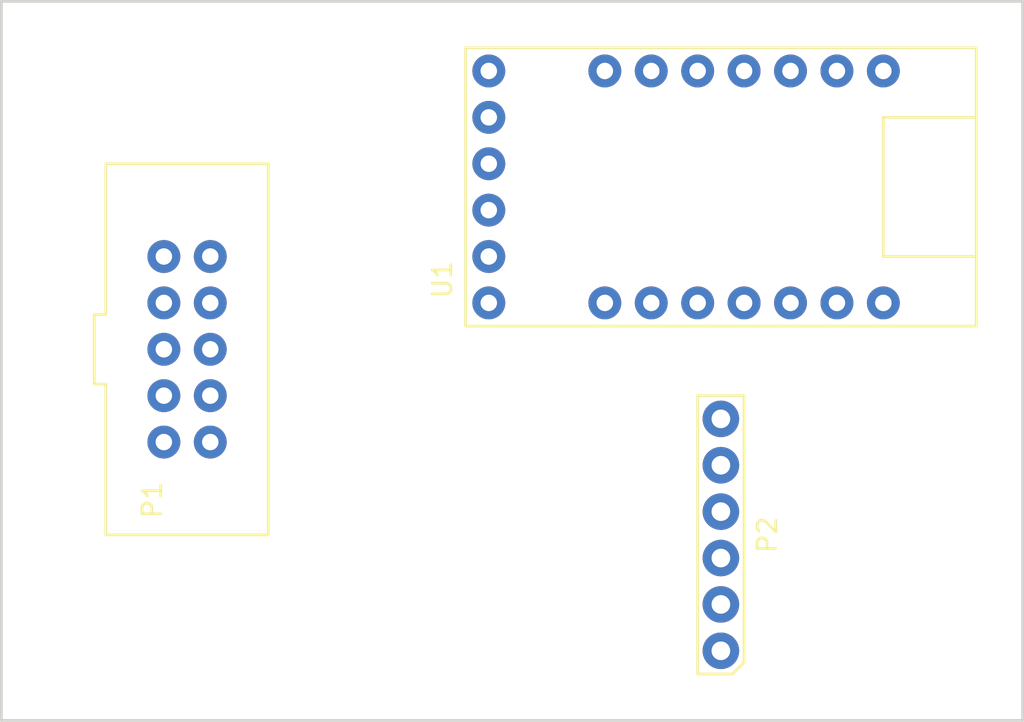
<source format=kicad_pcb>
(kicad_pcb (version 20171130) (host pcbnew "(5.1.9)-1")

  (general
    (thickness 1.6)
    (drawings 4)
    (tracks 0)
    (zones 0)
    (modules 3)
    (nets 1)
  )

  (page A4)
  (layers
    (0 F.Cu signal)
    (1 GND signal hide)
    (2 PWR signal hide)
    (31 B.Cu signal)
    (35 F.Paste user)
    (36 B.SilkS user)
    (37 F.SilkS user)
    (38 B.Mask user)
    (39 F.Mask user)
    (40 Dwgs.User user)
    (41 Cmts.User user)
    (44 Edge.Cuts user)
    (45 Margin user)
    (46 B.CrtYd user)
    (47 F.CrtYd user)
    (49 F.Fab user hide)
  )

  (setup
    (last_trace_width 0.1524)
    (user_trace_width 0.1524)
    (user_trace_width 0.254)
    (user_trace_width 0.381)
    (user_trace_width 0.508)
    (user_trace_width 1.016)
    (user_trace_width 1.27)
    (user_trace_width 1.524)
    (trace_clearance 0.1524)
    (zone_clearance 0.508)
    (zone_45_only no)
    (trace_min 0.1524)
    (via_size 0.4)
    (via_drill 0.3)
    (via_min_size 0.3)
    (via_min_drill 0.3)
    (user_via 0.4 0.3)
    (user_via 0.8 0.4)
    (user_via 1.016 0.508)
    (user_via 1.524 0.762)
    (uvia_size 0.4)
    (uvia_drill 0.3)
    (uvias_allowed no)
    (uvia_min_size 0.3)
    (uvia_min_drill 0.3)
    (edge_width 0.1524)
    (segment_width 0.1524)
    (pcb_text_width 0.1524)
    (pcb_text_size 1.016 1.016)
    (mod_edge_width 0.1524)
    (mod_text_size 1.016 1.016)
    (mod_text_width 0.1524)
    (pad_size 1.524 1.524)
    (pad_drill 0.762)
    (pad_to_mask_clearance 0)
    (aux_axis_origin 88.9 127)
    (grid_origin 88.9 127)
    (visible_elements FFFFFF7F)
    (pcbplotparams
      (layerselection 0x010fc_ffffffff)
      (usegerberextensions false)
      (usegerberattributes true)
      (usegerberadvancedattributes true)
      (creategerberjobfile true)
      (excludeedgelayer true)
      (linewidth 0.100000)
      (plotframeref false)
      (viasonmask false)
      (mode 1)
      (useauxorigin false)
      (hpglpennumber 1)
      (hpglpenspeed 20)
      (hpglpendiameter 15.000000)
      (psnegative false)
      (psa4output false)
      (plotreference true)
      (plotvalue true)
      (plotinvisibletext false)
      (padsonsilk false)
      (subtractmaskfromsilk false)
      (outputformat 1)
      (mirror false)
      (drillshape 1)
      (scaleselection 1)
      (outputdirectory ""))
  )

  (net 0 "")

  (net_class Default "This is the default net class."
    (clearance 0.1524)
    (trace_width 0.1524)
    (via_dia 0.4)
    (via_drill 0.3)
    (uvia_dia 0.4)
    (uvia_drill 0.3)
  )

  (module SensorDemo_pcb:IDC_10 (layer F.Cu) (tedit 603BDBD7) (tstamp 603BEC44)
    (at 99.06 106.68 270)
    (path /603DFAE2)
    (fp_text reference P1 (at 8.255 1.905 90) (layer F.SilkS)
      (effects (font (size 1.016 1.016) (thickness 0.1524)))
    )
    (fp_text value CONN5X2 (at 0 0 90) (layer F.Fab) hide
      (effects (font (size 1.016 1.016) (thickness 0.1524)))
    )
    (fp_line (start -6.35 -2.54) (end 6.35 -2.54) (layer F.Fab) (width 0.1524))
    (fp_line (start 6.35 -2.54) (end 6.35 2.54) (layer F.Fab) (width 0.1524))
    (fp_line (start 6.35 2.54) (end -6.35 2.54) (layer F.Fab) (width 0.1524))
    (fp_line (start -10.16 -4.445) (end 10.16 -4.445) (layer F.SilkS) (width 0.1524))
    (fp_line (start 10.16 -4.445) (end 10.16 4.445) (layer F.SilkS) (width 0.1524))
    (fp_line (start 10.16 4.445) (end 1.905 4.445) (layer F.SilkS) (width 0.1524))
    (fp_line (start -6.35 -2.54) (end -6.35 2.54) (layer F.Fab) (width 0.1524))
    (fp_line (start -10.16 4.445) (end -10.16 -4.445) (layer F.SilkS) (width 0.1524))
    (fp_line (start -1.905 4.445) (end -1.905 5.08) (layer F.SilkS) (width 0.1524))
    (fp_line (start -1.905 5.08) (end 1.905 5.08) (layer F.SilkS) (width 0.1524))
    (fp_line (start 1.905 5.08) (end 1.905 4.445) (layer F.SilkS) (width 0.1524))
    (fp_line (start -1.905 4.445) (end -10.16 4.445) (layer F.SilkS) (width 0.1524))
    (pad 4 thru_hole circle (at -2.54 -1.27 270) (size 1.8 1.8) (drill 0.9) (layers *.Cu *.Mask))
    (pad 1 thru_hole circle (at -5.08 1.27 270) (size 1.8 1.8) (drill 0.9) (layers *.Cu *.Mask))
    (pad 2 thru_hole circle (at -5.08 -1.27 270) (size 1.8 1.8) (drill 0.9) (layers *.Cu *.Mask))
    (pad 3 thru_hole circle (at -2.54 1.27 270) (size 1.8 1.8) (drill 0.9) (layers *.Cu *.Mask))
    (pad 7 thru_hole circle (at 2.54 1.27 270) (size 1.8 1.8) (drill 0.9) (layers *.Cu *.Mask))
    (pad 6 thru_hole circle (at 0 -1.27 270) (size 1.8 1.8) (drill 0.9) (layers *.Cu *.Mask))
    (pad 5 thru_hole circle (at 0 1.27 270) (size 1.8 1.8) (drill 0.9) (layers *.Cu *.Mask))
    (pad 8 thru_hole circle (at 2.54 -1.27 270) (size 1.8 1.8) (drill 0.9) (layers *.Cu *.Mask))
    (pad 10 thru_hole circle (at 5.08 -1.27 270) (size 1.8 1.8) (drill 0.9) (layers *.Cu *.Mask))
    (pad 9 thru_hole circle (at 5.08 1.27 270) (size 1.8 1.8) (drill 0.9) (layers *.Cu *.Mask))
    (model Connector_IDC.3dshapes/IDC-Header_2x05_P2.54mm_Vertical.step
      (offset (xyz -5.08 -1.27 0))
      (scale (xyz 1 1 1))
      (rotate (xyz 0 0 -90))
    )
  )

  (module SensorDemo_pcb:HEADER_6 (layer F.Cu) (tedit 5E14E685) (tstamp 603BE9EF)
    (at 128.27 116.84 90)
    (path /603DF1C0)
    (fp_text reference P2 (at 0 2.54 90) (layer F.SilkS)
      (effects (font (size 1.016 1.016) (thickness 0.1524)))
    )
    (fp_text value HEADER_6 (at 0 0 90) (layer F.Fab) hide
      (effects (font (size 1.016 1.016) (thickness 0.1524)))
    )
    (fp_line (start 7.62 1.27) (end 7.62 -1.27) (layer F.SilkS) (width 0.1524))
    (fp_line (start 7.62 -1.27) (end -7.62 -1.27) (layer F.SilkS) (width 0.1524))
    (fp_line (start 7.62 1.27) (end 7.62 -1.27) (layer F.Fab) (width 0.1524))
    (fp_line (start 7.62 -1.27) (end -7.62 -1.27) (layer F.Fab) (width 0.1524))
    (fp_line (start -7.62 0.635) (end -6.985 1.27) (layer F.SilkS) (width 0.1524))
    (fp_line (start -6.985 1.27) (end -7.62 0.635) (layer F.Fab) (width 0.1524))
    (fp_line (start -7.62 0.635) (end -7.62 -1.27) (layer F.Fab) (width 0.1524))
    (fp_line (start -6.985 1.27) (end 7.62 1.27) (layer F.Fab) (width 0.1524))
    (fp_line (start -7.62 -1.27) (end -7.62 0.635) (layer F.SilkS) (width 0.1524))
    (fp_line (start -6.985 1.27) (end 7.62 1.27) (layer F.SilkS) (width 0.1524))
    (pad 2 thru_hole circle (at -3.81 0 90) (size 2 2) (drill 1.02) (layers *.Cu *.Mask))
    (pad 1 thru_hole circle (at -6.35 0 90) (size 2 2) (drill 1.02) (layers *.Cu *.Mask))
    (pad 3 thru_hole circle (at -1.27 0 90) (size 2 2) (drill 1.02) (layers *.Cu *.Mask))
    (pad 4 thru_hole circle (at 1.27 0 90) (size 2 2) (drill 1.02) (layers *.Cu *.Mask))
    (pad 5 thru_hole circle (at 3.81 0 90) (size 2 2) (drill 1.02) (layers *.Cu *.Mask))
    (pad 6 thru_hole circle (at 6.35 0 90) (size 2 2) (drill 1.02) (layers *.Cu *.Mask))
    (model Connector_PinHeader_2.54mm.3dshapes/PinHeader_1x06_P2.54mm_Horizontal.step
      (offset (xyz 6.35 0 0.762))
      (scale (xyz 1 1 1))
      (rotate (xyz 0 0 90))
    )
  )

  (module SensorDemo_pcb:SparkFun_FT231X_Breakout (layer F.Cu) (tedit 603BD550) (tstamp 603BEA12)
    (at 129.54 97.79 270)
    (path /603DD946)
    (fp_text reference U1 (at 5.08 16.51 90) (layer F.SilkS)
      (effects (font (size 1.016 1.016) (thickness 0.1524)))
    )
    (fp_text value SparkFun_FT231X_Breakout (at 0 1.27) (layer F.Fab)
      (effects (font (size 1.016 1.016) (thickness 0.1524)))
    )
    (fp_line (start -7.62 15.24) (end -7.62 -12.7) (layer F.Fab) (width 0.1524))
    (fp_line (start 7.62 15.24) (end -7.62 15.24) (layer F.Fab) (width 0.1524))
    (fp_line (start 7.62 -12.7) (end 7.62 15.24) (layer F.Fab) (width 0.1524))
    (fp_line (start -7.62 -12.7) (end 7.62 -12.7) (layer F.Fab) (width 0.1524))
    (fp_line (start -7.62 -12.7) (end 7.62 -12.7) (layer F.SilkS) (width 0.1524))
    (fp_line (start 7.62 -12.7) (end 7.62 15.24) (layer F.SilkS) (width 0.1524))
    (fp_line (start 7.62 15.24) (end -7.62 15.24) (layer F.SilkS) (width 0.1524))
    (fp_line (start -7.62 15.24) (end -7.62 -12.7) (layer F.SilkS) (width 0.1524))
    (fp_line (start -3.81 -12.7) (end -3.81 -7.62) (layer F.SilkS) (width 0.1524))
    (fp_line (start -3.81 -7.62) (end 3.81 -7.62) (layer F.SilkS) (width 0.1524))
    (fp_line (start 3.81 -7.62) (end 3.81 -12.7) (layer F.SilkS) (width 0.1524))
    (pad 1 thru_hole circle (at -6.35 -7.62 270) (size 1.8 1.8) (drill 0.9) (layers *.Cu *.Mask))
    (pad 2 thru_hole circle (at -6.35 -5.08 270) (size 1.8 1.8) (drill 0.9) (layers *.Cu *.Mask))
    (pad 3 thru_hole circle (at -6.35 -2.54 270) (size 1.8 1.8) (drill 0.9) (layers *.Cu *.Mask))
    (pad 4 thru_hole circle (at -6.35 0 270) (size 1.8 1.8) (drill 0.9) (layers *.Cu *.Mask))
    (pad 5 thru_hole circle (at -6.35 2.54 270) (size 1.8 1.8) (drill 0.9) (layers *.Cu *.Mask))
    (pad 6 thru_hole circle (at -6.35 5.08 270) (size 1.8 1.8) (drill 0.9) (layers *.Cu *.Mask))
    (pad 7 thru_hole circle (at -6.35 7.62 270) (size 1.8 1.8) (drill 0.9) (layers *.Cu *.Mask))
    (pad 8 thru_hole circle (at -6.35 13.97 270) (size 1.8 1.8) (drill 0.9) (layers *.Cu *.Mask))
    (pad 9 thru_hole circle (at -3.81 13.97 270) (size 1.8 1.8) (drill 0.9) (layers *.Cu *.Mask))
    (pad 10 thru_hole circle (at -1.27 13.97 270) (size 1.8 1.8) (drill 0.9) (layers *.Cu *.Mask))
    (pad 11 thru_hole circle (at 1.27 13.97 270) (size 1.8 1.8) (drill 0.9) (layers *.Cu *.Mask))
    (pad 12 thru_hole circle (at 3.81 13.97 270) (size 1.8 1.8) (drill 0.9) (layers *.Cu *.Mask))
    (pad 13 thru_hole circle (at 6.35 13.97 270) (size 1.8 1.8) (drill 0.9) (layers *.Cu *.Mask))
    (pad 14 thru_hole circle (at 6.35 7.62 270) (size 1.8 1.8) (drill 0.9) (layers *.Cu *.Mask))
    (pad 15 thru_hole circle (at 6.35 5.08 270) (size 1.8 1.8) (drill 0.9) (layers *.Cu *.Mask))
    (pad 16 thru_hole circle (at 6.35 2.54 270) (size 1.8 1.8) (drill 0.9) (layers *.Cu *.Mask))
    (pad 17 thru_hole circle (at 6.35 0 270) (size 1.8 1.8) (drill 0.9) (layers *.Cu *.Mask))
    (pad 18 thru_hole circle (at 6.35 -2.54 270) (size 1.8 1.8) (drill 0.9) (layers *.Cu *.Mask))
    (pad 19 thru_hole circle (at 6.35 -5.08 270) (size 1.8 1.8) (drill 0.9) (layers *.Cu *.Mask))
    (pad 20 thru_hole circle (at 6.35 -7.62 270) (size 1.8 1.8) (drill 0.9) (layers *.Cu *.Mask))
  )

  (gr_line (start 88.9 87.63) (end 88.9 127) (layer Edge.Cuts) (width 0.1524) (tstamp 603BEE6D))
  (gr_line (start 144.78 87.63) (end 88.9 87.63) (layer Edge.Cuts) (width 0.1524))
  (gr_line (start 144.78 127) (end 144.78 87.63) (layer Edge.Cuts) (width 0.1524))
  (gr_line (start 88.9 127) (end 144.78 127) (layer Edge.Cuts) (width 0.1524))

)

</source>
